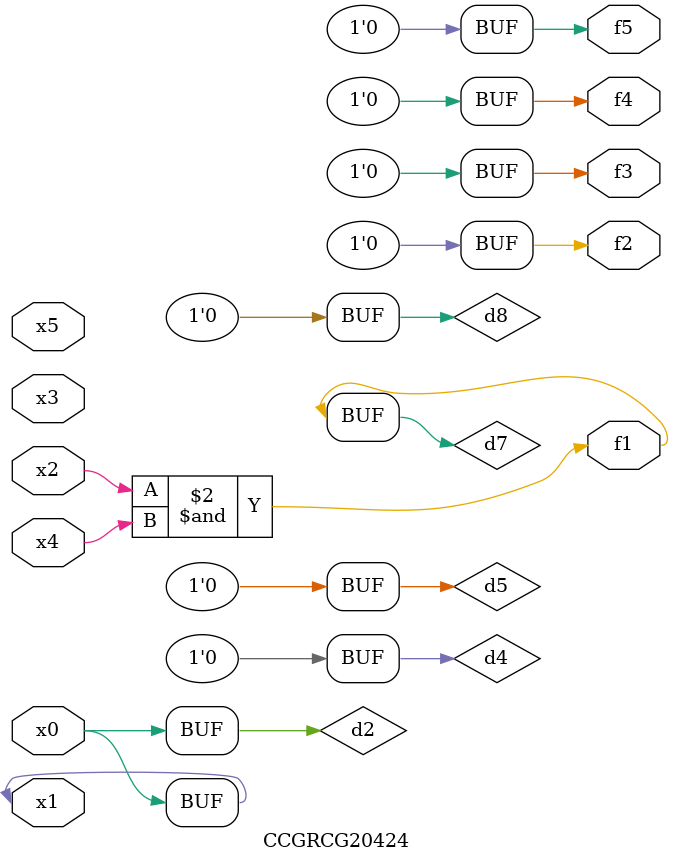
<source format=v>
module CCGRCG20424(
	input x0, x1, x2, x3, x4, x5,
	output f1, f2, f3, f4, f5
);

	wire d1, d2, d3, d4, d5, d6, d7, d8, d9;

	nand (d1, x1);
	buf (d2, x0, x1);
	nand (d3, x2, x4);
	and (d4, d1, d2);
	and (d5, d1, d2);
	nand (d6, d1, d3);
	not (d7, d3);
	xor (d8, d5);
	nor (d9, d5, d6);
	assign f1 = d7;
	assign f2 = d8;
	assign f3 = d8;
	assign f4 = d8;
	assign f5 = d8;
endmodule

</source>
